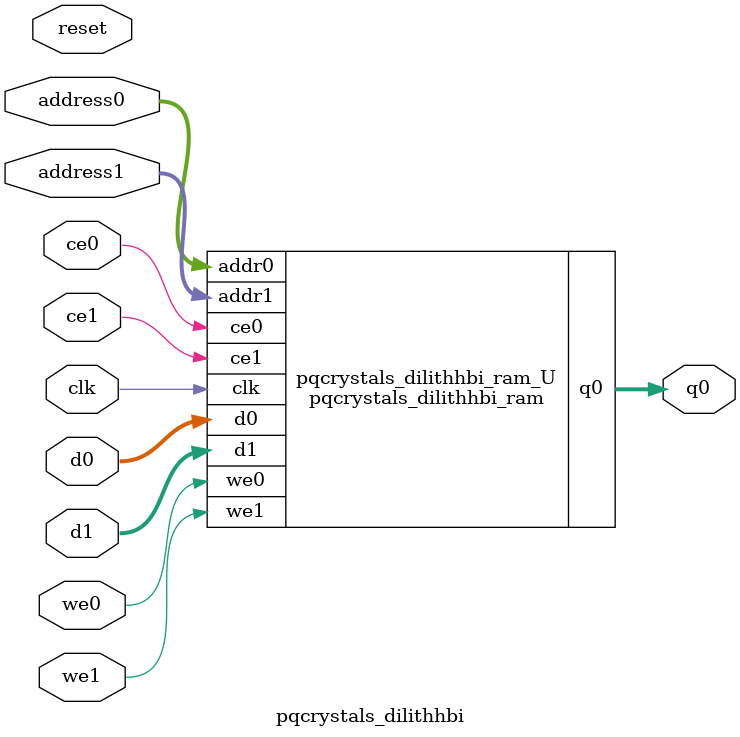
<source format=v>
`timescale 1 ns / 1 ps
module pqcrystals_dilithhbi_ram (addr0, ce0, d0, we0, q0, addr1, ce1, d1, we1,  clk);

parameter DWIDTH = 32;
parameter AWIDTH = 8;
parameter MEM_SIZE = 256;

input[AWIDTH-1:0] addr0;
input ce0;
input[DWIDTH-1:0] d0;
input we0;
output reg[DWIDTH-1:0] q0;
input[AWIDTH-1:0] addr1;
input ce1;
input[DWIDTH-1:0] d1;
input we1;
input clk;

(* ram_style = "block" *)reg [DWIDTH-1:0] ram[0:MEM_SIZE-1];




always @(posedge clk)  
begin 
    if (ce0) begin
        if (we0) 
            ram[addr0] <= d0; 
        q0 <= ram[addr0];
    end
end


always @(posedge clk)  
begin 
    if (ce1) begin
        if (we1) 
            ram[addr1] <= d1; 
    end
end


endmodule

`timescale 1 ns / 1 ps
module pqcrystals_dilithhbi(
    reset,
    clk,
    address0,
    ce0,
    we0,
    d0,
    q0,
    address1,
    ce1,
    we1,
    d1);

parameter DataWidth = 32'd32;
parameter AddressRange = 32'd256;
parameter AddressWidth = 32'd8;
input reset;
input clk;
input[AddressWidth - 1:0] address0;
input ce0;
input we0;
input[DataWidth - 1:0] d0;
output[DataWidth - 1:0] q0;
input[AddressWidth - 1:0] address1;
input ce1;
input we1;
input[DataWidth - 1:0] d1;



pqcrystals_dilithhbi_ram pqcrystals_dilithhbi_ram_U(
    .clk( clk ),
    .addr0( address0 ),
    .ce0( ce0 ),
    .we0( we0 ),
    .d0( d0 ),
    .q0( q0 ),
    .addr1( address1 ),
    .ce1( ce1 ),
    .we1( we1 ),
    .d1( d1 ));

endmodule


</source>
